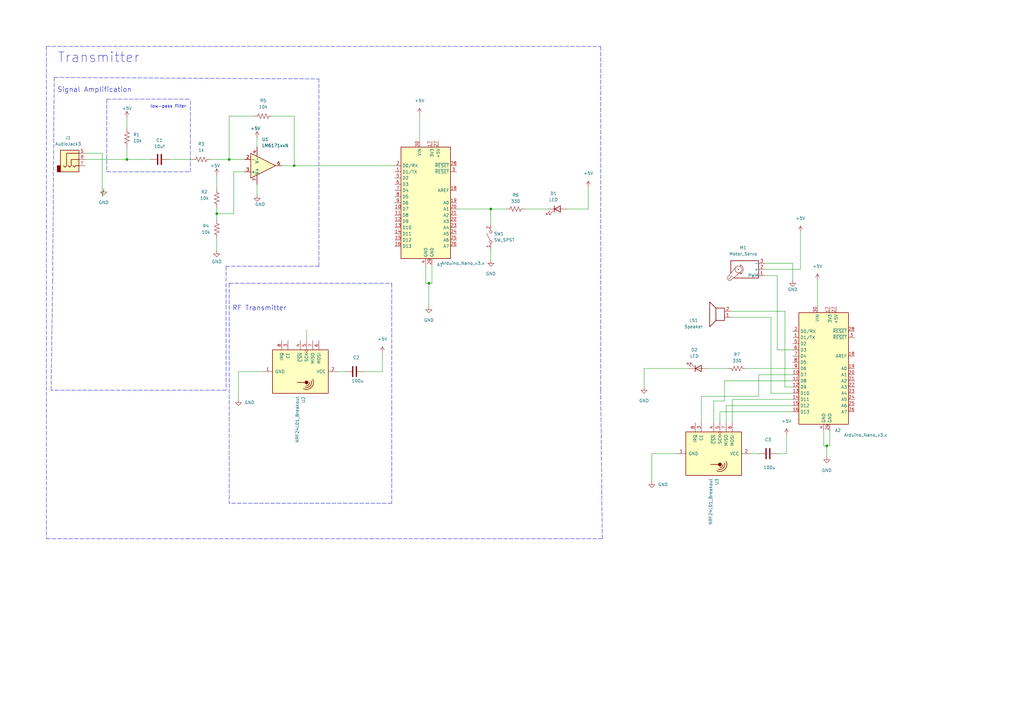
<source format=kicad_sch>
(kicad_sch (version 20211123) (generator eeschema)
  (paper "A3")
  (title_block (title "Pumpkinhead Animatronic Transceiver") (date "2022-09-07") (rev "0.0"))
  (lib_symbols
    (symbol "Amplifier_Operational:LM6171xxN" (pin_names (offset 0.127))
      (property "Reference" "U" (at 0 6.35 0))
      (property "Value" "LM6171xxN" (at 0 3.81 0))
      (symbol "LM6171xxN_0_1"
        (polyline (pts (xy -5.08 5.08) (xy 5.08 0) (xy -5.08 -5.08) (xy -5.08 5.08)) (stroke (width 0.254)) (fill (type background)))
      )
      (symbol "LM6171xxN_1_1"
        (pin no_connect line (at -5.08 -2.54 90) (length 2.54) hide (name "NC") (number "1"))
        (pin input line (at -7.62 -2.54 0) (length 2.54) (name "-") (number "2"))
        (pin input line (at -7.62 2.54 0) (length 2.54) (name "+") (number "3"))
        (pin power_in line (at -2.54 -7.62 90) (length 3.81) (name "V-") (number "4"))
        (pin no_connect line (at -2.54 -2.54 90) (length 2.54) hide (name "NC") (number "5"))
        (pin output line (at 7.62 0 180) (length 2.54) (name "~") (number "6"))
        (pin power_in line (at -2.54 7.62 270) (length 3.81) (name "V+") (number "7"))
        (pin no_connect line (at 0 -2.54 90) (length 2.54) hide (name "NC") (number "8"))
      )
    )
    (symbol "Connector:AudioJack3"
      (property "Reference" "J" (at 0 8.89 0))
      (property "Value" "AudioJack3" (at 0 6.35 0))
      (symbol "AudioJack3_0_1"
        (rectangle (start -5.08 -5.08) (end -6.35 -2.54) (stroke (width 0.254)) (fill (type outline)))
        (polyline (pts (xy 0 -2.54) (xy 0.635 -3.175) (xy 1.27 -2.54) (xy 2.54 -2.54)) (stroke (width 0.254)))
        (polyline (pts (xy -1.905 -2.54) (xy -1.27 -3.175) (xy -0.635 -2.54) (xy -0.635 0) (xy 2.54 0)) (stroke (width 0.254)))
        (polyline (pts (xy 2.54 2.54) (xy -2.54 2.54) (xy -2.54 -2.54) (xy -3.175 -3.175) (xy -3.81 -2.54)) (stroke (width 0.254)))
        (rectangle (start 2.54 3.81) (end -5.08 -5.08) (stroke (width 0.254)) (fill (type background)))
      )
      (symbol "AudioJack3_1_1"
        (pin passive line (at 5.08 0 180) (length 2.54) (name "~") (number "R"))
        (pin passive line (at 5.08 2.54 180) (length 2.54) (name "~") (number "S"))
        (pin passive line (at 5.08 -2.54 180) (length 2.54) (name "~") (number "T"))
      )
    )
    (symbol "Device:C" (pin_numbers hide) (pin_names (offset 0.254))
      (property "Reference" "C" (at 0.635 2.54 0))
      (property "Value" "C" (at 0.635 -2.54 0))
      (symbol "C_0_1"
        (polyline (pts (xy -2.032 -0.762) (xy 2.032 -0.762)) (stroke (width 0.508)))
        (polyline (pts (xy -2.032 0.762) (xy 2.032 0.762)) (stroke (width 0.508)))
      )
      (symbol "C_1_1"
        (pin passive line (at 0 3.81 270) (length 2.794) (name "~") (number "1"))
        (pin passive line (at 0 -3.81 90) (length 2.794) (name "~") (number "2"))
      )
    )
    (symbol "Device:LED" (pin_numbers hide) (pin_names (offset 1.016) hide)
      (property "Reference" "D" (at 0 2.54 0))
      (property "Value" "LED" (at 0 -2.54 0))
      (symbol "LED_0_1"
        (polyline (pts (xy -1.27 -1.27) (xy -1.27 1.27)) (stroke (width 0.254)))
        (polyline (pts (xy -1.27 0) (xy 1.27 0)))
        (polyline (pts (xy 1.27 -1.27) (xy 1.27 1.27) (xy -1.27 0) (xy 1.27 -1.27)) (stroke (width 0.254)))
        (polyline (pts (xy -3.048 -0.762) (xy -4.572 -2.286) (xy -3.81 -2.286) (xy -4.572 -2.286) (xy -4.572 -1.524)))
        (polyline (pts (xy -1.778 -0.762) (xy -3.302 -2.286) (xy -2.54 -2.286) (xy -3.302 -2.286) (xy -3.302 -1.524)))
      )
      (symbol "LED_1_1"
        (pin passive line (at -3.81 0 0) (length 2.54) (name "K") (number "1"))
        (pin passive line (at 3.81 0 180) (length 2.54) (name "A") (number "2"))
      )
    )
    (symbol "Device:R_US" (pin_numbers hide) (pin_names (offset 0))
      (property "Reference" "R" (at 2.54 0 90))
      (property "Value" "R_US" (at -2.54 0 90))
      (symbol "R_US_0_1"
        (polyline (pts (xy 0 -2.286) (xy 0 -2.54)))
        (polyline (pts (xy 0 2.286) (xy 0 2.54)))
        (polyline (pts (xy 0 -0.762) (xy 1.016 -1.143) (xy 0 -1.524) (xy -1.016 -1.905) (xy 0 -2.286)))
        (polyline (pts (xy 0 0.762) (xy 1.016 0.381) (xy 0 0) (xy -1.016 -0.381) (xy 0 -0.762)))
        (polyline (pts (xy 0 2.286) (xy 1.016 1.905) (xy 0 1.524) (xy -1.016 1.143) (xy 0 0.762)))
      )
      (symbol "R_US_1_1"
        (pin passive line (at 0 3.81 270) (length 1.27) (name "~") (number "1"))
        (pin passive line (at 0 -3.81 90) (length 1.27) (name "~") (number "2"))
      )
    )
    (symbol "Device:Speaker" (pin_names (offset 0) hide)
      (property "Reference" "LS" (at 1.27 5.715 0))
      (property "Value" "Speaker" (at 1.27 3.81 0))
      (symbol "Speaker_0_0"
        (rectangle (start -2.54 1.27) (end 1.016 -3.81) (stroke (width 0.254)))
        (polyline (pts (xy 1.016 1.27) (xy 3.556 3.81) (xy 3.556 -6.35) (xy 1.016 -3.81)) (stroke (width 0.254)))
      )
      (symbol "Speaker_1_1"
        (pin input line (at -5.08 0 0) (length 2.54) (name "1") (number "1"))
        (pin input line (at -5.08 -2.54 0) (length 2.54) (name "2") (number "2"))
      )
    )
    (symbol "MCU_Module:Arduino_Nano_v3.x"
      (property "Reference" "A" (at -10.16 23.495 0))
      (property "Value" "Arduino_Nano_v3.x" (at 5.08 -24.13 0))
      (symbol "Arduino_Nano_v3.x_0_1"
        (rectangle (start -10.16 22.86) (end 10.16 -22.86) (stroke (width 0.254)) (fill (type background)))
      )
      (symbol "Arduino_Nano_v3.x_1_1"
        (pin bidirectional line (at -12.7 12.7 0) (length 2.54) (name "D1/TX") (number "1"))
        (pin bidirectional line (at -12.7 -2.54 0) (length 2.54) (name "D7") (number "10"))
        (pin bidirectional line (at -12.7 -5.08 0) (length 2.54) (name "D8") (number "11"))
        (pin bidirectional line (at -12.7 -7.62 0) (length 2.54) (name "D9") (number "12"))
        (pin bidirectional line (at -12.7 -10.16 0) (length 2.54) (name "D10") (number "13"))
        (pin bidirectional line (at -12.7 -12.7 0) (length 2.54) (name "D11") (number "14"))
        (pin bidirectional line (at -12.7 -15.24 0) (length 2.54) (name "D12") (number "15"))
        (pin bidirectional line (at -12.7 -17.78 0) (length 2.54) (name "D13") (number "16"))
        (pin power_out line (at 2.54 25.4 270) (length 2.54) (name "3V3") (number "17"))
        (pin input line (at 12.7 5.08 180) (length 2.54) (name "AREF") (number "18"))
        (pin bidirectional line (at 12.7 0 180) (length 2.54) (name "A0") (number "19"))
        (pin bidirectional line (at -12.7 15.24 0) (length 2.54) (name "D0/RX") (number "2"))
        (pin bidirectional line (at 12.7 -2.54 180) (length 2.54) (name "A1") (number "20"))
        (pin bidirectional line (at 12.7 -5.08 180) (length 2.54) (name "A2") (number "21"))
        (pin bidirectional line (at 12.7 -7.62 180) (length 2.54) (name "A3") (number "22"))
        (pin bidirectional line (at 12.7 -10.16 180) (length 2.54) (name "A4") (number "23"))
        (pin bidirectional line (at 12.7 -12.7 180) (length 2.54) (name "A5") (number "24"))
        (pin bidirectional line (at 12.7 -15.24 180) (length 2.54) (name "A6") (number "25"))
        (pin bidirectional line (at 12.7 -17.78 180) (length 2.54) (name "A7") (number "26"))
        (pin power_out line (at 5.08 25.4 270) (length 2.54) (name "+5V") (number "27"))
        (pin input line (at 12.7 15.24 180) (length 2.54) (name "~{RESET}") (number "28"))
        (pin power_in line (at 2.54 -25.4 90) (length 2.54) (name "GND") (number "29"))
        (pin input line (at 12.7 12.7 180) (length 2.54) (name "~{RESET}") (number "3"))
        (pin power_in line (at -2.54 25.4 270) (length 2.54) (name "VIN") (number "30"))
        (pin power_in line (at 0 -25.4 90) (length 2.54) (name "GND") (number "4"))
        (pin bidirectional line (at -12.7 10.16 0) (length 2.54) (name "D2") (number "5"))
        (pin bidirectional line (at -12.7 7.62 0) (length 2.54) (name "D3") (number "6"))
        (pin bidirectional line (at -12.7 5.08 0) (length 2.54) (name "D4") (number "7"))
        (pin bidirectional line (at -12.7 2.54 0) (length 2.54) (name "D5") (number "8"))
        (pin bidirectional line (at -12.7 0 0) (length 2.54) (name "D6") (number "9"))
      )
    )
    (symbol "Motor:Motor_Servo" (pin_names (offset 0.0254))
      (property "Reference" "M" (at -5.08 4.445 0))
      (property "Value" "Motor_Servo" (at -5.08 -4.064 0))
      (symbol "Motor_Servo_0_1"
        (polyline (pts (xy 2.413 -1.778) (xy 2.032 -1.778)))
        (polyline (pts (xy 2.413 -1.778) (xy 2.286 -1.397)))
        (polyline (pts (xy 2.413 1.778) (xy 1.905 1.778)))
        (polyline (pts (xy 2.413 1.778) (xy 2.286 1.397)))
        (polyline (pts (xy 6.35 4.445) (xy 2.54 1.27)))
        (polyline (pts (xy 7.62 3.175) (xy 4.191 -1.016)))
        (polyline (pts (xy 5.08 3.556) (xy -5.08 3.556) (xy -5.08 -3.556) (xy 6.35 -3.556) (xy 6.35 1.524)) (stroke (width 0.254)))
        (arc (start 2.413 1.778) (mid 1.2406 0) (end 2.413 -1.778))
        (circle (center 3.175 0) (radius 0.1778))
        (circle (center 3.175 0) (radius 1.4224))
        (circle (center 5.969 2.794) (radius 0.127))
        (circle (center 6.477 3.302) (radius 0.127))
        (circle (center 6.985 3.81) (radius 0.127))
        (arc (start 7.62 3.175) (mid 7.4485 4.2735) (end 6.35 4.445))
      )
      (symbol "Motor_Servo_1_1"
        (pin passive line (at -7.62 2.54 0) (length 2.54) (name "PWM") (number "1"))
        (pin passive line (at -7.62 0 0) (length 2.54) (name "+") (number "2"))
        (pin passive line (at -7.62 -2.54 0) (length 2.54) (name "-") (number "3"))
      )
    )
    (symbol "RF:NRF24L01_Breakout" (pin_names (offset 1.016))
      (property "Reference" "U" (at -8.89 12.7 0))
      (property "Value" "NRF24L01_Breakout" (at 3.81 12.7 0))
      (symbol "NRF24L01_Breakout_0_1"
        (rectangle (start -8.89 11.43) (end 8.89 -11.43) (stroke (width 0.254)) (fill (type background)))
        (polyline (pts (xy 4.445 1.905) (xy 4.445 -1.27)) (stroke (width 0.254)))
        (circle (center 4.445 2.54) (radius 0.635) (stroke (width 0.254)) (fill (type outline)))
        (arc (start 5.715 2.54) (mid 5.3521 3.4546) (end 4.445 3.81) (stroke (width 0.254)))
        (arc (start 6.35 1.905) (mid 5.8763 3.9854) (end 3.81 4.445) (stroke (width 0.254)))
        (arc (start 6.985 1.27) (mid 6.453 4.548) (end 3.175 5.08) (stroke (width 0.254)))
      )
      (symbol "NRF24L01_Breakout_1_1"
        (pin power_in line (at 0 -15.24 90) (length 3.81) (name "GND") (number "1"))
        (pin power_in line (at 0 15.24 270) (length 3.81) (name "VCC") (number "2"))
        (pin input line (at -12.7 -5.08 0) (length 3.81) (name "CE") (number "3"))
        (pin input line (at -12.7 0 0) (length 3.81) (name "~{CSN}") (number "4"))
        (pin input clock (at -12.7 2.54 0) (length 3.81) (name "SCK") (number "5"))
        (pin input line (at -12.7 7.62 0) (length 3.81) (name "MOSI") (number "6"))
        (pin output line (at -12.7 5.08 0) (length 3.81) (name "MISO") (number "7"))
        (pin output line (at -12.7 -7.62 0) (length 3.81) (name "IRQ") (number "8"))
      )
    )
    (symbol "Switch:SW_SPST" (pin_names (offset 0) hide)
      (property "Reference" "SW" (at 0 3.175 0))
      (property "Value" "SW_SPST" (at 0 -2.54 0))
      (symbol "SW_SPST_0_0"
        (circle (center -2.032 0) (radius 0.508))
        (polyline (pts (xy -1.524 0.254) (xy 1.524 1.778)))
        (circle (center 2.032 0) (radius 0.508))
      )
      (symbol "SW_SPST_1_1"
        (pin passive line (at -5.08 0 0) (length 2.54) (name "A") (number "1"))
        (pin passive line (at 5.08 0 180) (length 2.54) (name "B") (number "2"))
      )
    )
    (symbol "power:+5V" (power) (pin_names (offset 0))
      (property "Value" "+5V" (at 0 3.556 0))
      (symbol "+5V_0_1"
        (polyline (pts (xy -0.762 1.27) (xy 0 2.54)))
        (polyline (pts (xy 0 0) (xy 0 2.54)))
        (polyline (pts (xy 0 2.54) (xy 0.762 1.27)))
      )
      (symbol "+5V_1_1"
        (pin power_in line (at 0 0 90) (length 0) hide (name "+5V") (number "1"))
      )
    )
    (symbol "power:GND" (power) (pin_names (offset 0))
      (property "Value" "GND" (at 0 -3.81 0))
      (symbol "GND_0_1"
        (polyline (pts (xy 0 0) (xy 0 -1.27) (xy 1.27 -1.27) (xy 0 -2.54) (xy -1.27 -1.27) (xy 0 -1.27)))
      )
      (symbol "GND_1_1"
        (pin power_in line (at 0 0 270) (length 0) hide (name "GND") (number "1"))
      )
    )
  )
  (junction (at 88.9 87.63))
  (junction (at 120.65 67.945))
  (junction (at 339.09 182.88))
  (junction (at 201.295 85.725))
  (junction (at 93.98 65.405))
  (junction (at 52.07 65.405))
  (junction (at 175.895 116.205))
  (wire (pts (xy 104.14 47.625) (xy 93.98 47.625)))
  (wire (pts (xy 187.325 85.725) (xy 201.295 85.725)))
  (wire (pts (xy 93.98 47.625) (xy 93.98 65.405)))
  (wire (pts (xy 335.28 114.935) (xy 335.28 125.73)))
  (wire (pts (xy 325.12 168.91) (xy 295.275 168.91)))
  (wire (pts (xy 174.625 116.205) (xy 175.895 116.205)))
  (polyline (pts (xy 247.015 220.98) (xy 246.38 160.02)))
  (wire (pts (xy 201.295 85.725) (xy 207.645 85.725)))
  (wire (pts (xy 339.09 182.88) (xy 340.36 182.88)))
  (wire (pts (xy 316.23 130.175) (xy 299.72 130.175)))
  (wire (pts (xy 97.79 152.4) (xy 97.79 163.83)))
  (wire (pts (xy 52.07 60.325) (xy 52.07 65.405)))
  (polyline (pts (xy 22.225 31.75) (xy 130.81 32.385)))
  (wire (pts (xy 120.65 67.945) (xy 161.925 67.945)))
  (wire (pts (xy 177.165 116.205) (xy 177.165 108.585)))
  (wire (pts (xy 325.12 156.21) (xy 297.18 156.21)))
  (wire (pts (xy 337.82 182.88) (xy 339.09 182.88)))
  (wire (pts (xy 264.16 151.13) (xy 264.16 158.75)))
  (polyline (pts (xy 160.655 206.375) (xy 93.98 206.375)))
  (polyline (pts (xy 130.81 109.22) (xy 92.71 109.22)))
  (polyline (pts (xy 92.71 109.22) (xy 92.71 160.02)))
  (wire (pts (xy 306.07 151.13) (xy 325.12 151.13)))
  (polyline (pts (xy 19.05 220.98) (xy 247.015 220.98)))
  (wire (pts (xy 120.65 47.625) (xy 111.76 47.625)))
  (wire (pts (xy 93.98 65.405) (xy 100.33 65.405)))
  (wire (pts (xy 267.335 186.055) (xy 267.335 197.485)))
  (polyline (pts (xy 93.98 116.205) (xy 160.655 116.205)))
  (wire (pts (xy 297.18 156.21) (xy 297.18 164.465)))
  (wire (pts (xy 34.925 62.865) (xy 41.91 62.865)))
  (wire (pts (xy 215.265 85.725) (xy 224.79 85.725)))
  (wire (pts (xy 93.98 66.04) (xy 93.98 65.405)))
  (wire (pts (xy 149.225 152.4) (xy 156.845 152.4)))
  (polyline (pts (xy 160.655 116.205) (xy 160.655 206.375)))
  (wire (pts (xy 311.15 153.67) (xy 311.15 162.56)))
  (polyline (pts (xy 22.225 31.75) (xy 21.59 114.935)))
  (wire (pts (xy 100.33 70.485) (xy 95.885 70.485)))
  (wire (pts (xy 313.69 110.49) (xy 328.295 110.49)))
  (wire (pts (xy 174.625 108.585) (xy 174.625 116.205)))
  (wire (pts (xy 105.41 75.565) (xy 105.41 80.01)))
  (wire (pts (xy 300.355 163.83) (xy 325.12 163.83)))
  (wire (pts (xy 34.925 65.405) (xy 52.07 65.405)))
  (wire (pts (xy 88.9 85.09) (xy 88.9 87.63)))
  (wire (pts (xy 52.07 48.26) (xy 52.07 52.705)))
  (wire (pts (xy 156.845 152.4) (xy 156.845 144.78)))
  (polyline (pts (xy 246.38 19.05) (xy 246.38 160.655)))
  (wire (pts (xy 201.295 102.235) (xy 201.295 106.68)))
  (wire (pts (xy 120.65 67.945) (xy 120.65 47.625)))
  (wire (pts (xy 88.9 87.63) (xy 88.9 90.17)))
  (wire (pts (xy 298.45 151.13) (xy 290.195 151.13)))
  (polyline (pts (xy 93.98 116.205) (xy 93.98 206.375)))
  (polyline (pts (xy 20.955 160.02) (xy 21.59 114.935)))
  (wire (pts (xy 325.12 153.67) (xy 311.15 153.67)))
  (wire (pts (xy 297.815 166.37) (xy 297.815 173.355)))
  (wire (pts (xy 95.885 87.63) (xy 88.9 87.63)))
  (wire (pts (xy 311.15 186.055) (xy 307.975 186.055)))
  (wire (pts (xy 313.69 107.95) (xy 325.12 107.95)))
  (wire (pts (xy 41.91 80.645) (xy 42.545 77.47)))
  (polyline (pts (xy 78.105 70.485) (xy 78.105 40.64)))
  (wire (pts (xy 292.735 164.465) (xy 292.735 173.355)))
  (polyline (pts (xy 43.815 70.485) (xy 78.105 70.485)))
  (wire (pts (xy 86.36 65.405) (xy 93.98 65.405)))
  (polyline (pts (xy 43.815 40.64) (xy 43.815 70.485)))
  (wire (pts (xy 69.215 65.405) (xy 78.74 65.405)))
  (polyline (pts (xy 19.05 19.05) (xy 19.05 220.98)))
  (wire (pts (xy 328.295 95.25) (xy 328.295 110.49)))
  (wire (pts (xy 321.945 158.75) (xy 321.945 127.635)))
  (wire (pts (xy 337.82 176.53) (xy 337.82 182.88)))
  (wire (pts (xy 175.895 116.205) (xy 177.165 116.205)))
  (wire (pts (xy 282.575 151.13) (xy 264.16 151.13)))
  (wire (pts (xy 311.15 162.56) (xy 287.655 162.56)))
  (wire (pts (xy 95.885 70.485) (xy 95.885 87.63)))
  (wire (pts (xy 318.77 143.51) (xy 318.77 113.03)))
  (wire (pts (xy 107.95 152.4) (xy 97.79 152.4)))
  (wire (pts (xy 325.12 107.95) (xy 325.12 114.935)))
  (polyline (pts (xy 19.05 19.05) (xy 246.38 19.05)))
  (wire (pts (xy 41.91 62.865) (xy 41.91 80.645)))
  (wire (pts (xy 52.07 65.405) (xy 61.595 65.405)))
  (wire (pts (xy 277.495 186.055) (xy 267.335 186.055)))
  (wire (pts (xy 88.9 77.47) (xy 88.9 71.755)))
  (wire (pts (xy 325.12 158.75) (xy 321.945 158.75)))
  (wire (pts (xy 88.9 97.79) (xy 88.9 102.87)))
  (wire (pts (xy 125.73 135.255) (xy 125.73 139.7)))
  (wire (pts (xy 322.58 186.055) (xy 322.58 178.435)))
  (polyline (pts (xy 130.81 109.22) (xy 130.81 32.385)))
  (wire (pts (xy 297.18 164.465) (xy 292.735 164.465)))
  (wire (pts (xy 300.355 173.355) (xy 300.355 163.83)))
  (wire (pts (xy 339.09 182.88) (xy 339.09 187.325)))
  (polyline (pts (xy 43.815 40.64) (xy 78.105 40.64)))
  (wire (pts (xy 175.895 116.205) (xy 175.895 125.73)))
  (wire (pts (xy 318.77 113.03) (xy 313.69 113.03)))
  (wire (pts (xy 141.605 152.4) (xy 138.43 152.4)))
  (wire (pts (xy 316.23 161.29) (xy 316.23 130.175)))
  (wire (pts (xy 321.945 127.635) (xy 299.72 127.635)))
  (wire (pts (xy 325.12 143.51) (xy 318.77 143.51)))
  (wire (pts (xy 325.12 161.29) (xy 316.23 161.29)))
  (wire (pts (xy 287.655 162.56) (xy 287.655 173.355)))
  (wire (pts (xy 340.36 182.88) (xy 340.36 176.53)))
  (polyline (pts (xy 92.71 160.02) (xy 20.955 160.02)))
  (wire (pts (xy 297.815 166.37) (xy 325.12 166.37)))
  (wire (pts (xy 105.41 56.515) (xy 105.41 60.325)))
  (wire (pts (xy 201.295 92.075) (xy 201.295 85.725)))
  (wire (pts (xy 115.57 67.945) (xy 120.65 67.945)))
  (wire (pts (xy 295.275 168.91) (xy 295.275 173.355)))
  (wire (pts (xy 172.085 46.99) (xy 172.085 57.785)))
  (wire (pts (xy 232.41 85.725) (xy 241.3 85.725)))
  (wire (pts (xy 318.77 186.055) (xy 322.58 186.055)))
  (wire (pts (xy 241.3 76.835) (xy 241.3 85.725)))
  (text "Signal Amplification" (at 23.495 38.1 0) (effects (font (size 2 2)) (justify left bottom)))
  (text "RF Transmitter" (at 95.25 127.635 0) (effects (font (size 2 2)) (justify left bottom)))
  (text "Transmitter" (at 23.495 26.035 0) (effects (font (size 4 4)) (justify left bottom)))
  (text "low-pass filter" (at 61.595 44.45 0) (effects (font (size 1.27 1.27)) (justify left bottom)))
  (symbol (lib_id "power:+5V") (at 328.295 95.25 0) (unit 1)
    (property "Reference" "#PWR017" (effects hide))
    (property "Value" "+5V" (at 328.295 89.535 0))
  )
  (symbol (lib_id "Device:LED") (at 286.385 151.13 0) (mirror x) (unit 1)
    (property "Reference" "D2" (at 284.7975 143.51 0))
    (property "Value" "LED" (at 284.7975 146.05 0))
  )
  (symbol (lib_id "power:GND") (at 339.09 187.325 0) (unit 1)
    (property "Reference" "#PWR019" (effects hide))
    (property "Value" "GND" (at 339.09 192.913 0))
  )
  (symbol (lib_id "Device:Speaker") (at 294.64 130.175 180) (unit 1)
    (property "Reference" "LS1" (at 284.48 131.445 0))
    (property "Value" "Speaker" (at 284.48 133.985 0))
  )
  (symbol (lib_id "power:GND") (at 267.335 197.485 0) (unit 1)
    (property "Reference" "#PWR014" (effects hide))
    (property "Value" "GND" (at 269.875 198.7549 0) (effects (justify left)))
  )
  (symbol (lib_id "Device:R_US") (at 82.55 65.405 270) (unit 1)
    (property "Reference" "R3" (at 82.55 59.055 90))
    (property "Value" "1k" (at 82.55 61.595 90))
  )
  (symbol (lib_id "power:+5V") (at 52.07 48.26 0) (unit 1)
    (property "Reference" "#PWR02" (effects hide))
    (property "Value" "+5V" (at 52.07 44.45 0))
  )
  (symbol (lib_id "Device:R_US") (at 88.9 93.98 0) (unit 1)
    (property "Reference" "R4" (at 84.455 92.71 0))
    (property "Value" "10k" (at 84.455 95.25 0))
  )
  (symbol (lib_id "power:+5V") (at 172.085 46.99 0) (unit 1)
    (property "Reference" "#PWR09" (effects hide))
    (property "Value" "+5V" (at 172.085 41.275 0))
  )
  (symbol (lib_id "Device:LED") (at 228.6 85.725 0) (unit 1)
    (property "Reference" "D1" (at 227.0125 79.375 0))
    (property "Value" "LED" (at 227.0125 81.915 0))
  )
  (symbol (lib_id "power:GND") (at 88.9 102.87 0) (unit 1)
    (property "Reference" "#PWR05" (effects hide))
    (property "Value" "GND" (at 88.9 107.315 0))
  )
  (symbol (lib_id "power:GND") (at 42.545 77.47 0) (unit 1)
    (property "Reference" "#PWR01" (effects hide))
    (property "Value" "GND" (at 42.545 83.058 0))
  )
  (symbol (lib_id "power:+5V") (at 241.3 76.835 0) (unit 1)
    (property "Reference" "#PWR012" (effects hide))
    (property "Value" "+5V" (at 241.3 71.12 0))
  )
  (symbol (lib_id "Motor:Motor_Servo") (at 306.07 110.49 180) (unit 1)
    (property "Reference" "M1" (at 304.8111 101.6 0))
    (property "Value" "Motor_Servo" (at 304.8111 104.14 0))
    (property "Datasheet" "http://forums.parallax.com/uploads/attachments/46831/74481.png" (effects hide))
  )
  (symbol (lib_id "Device:C") (at 65.405 65.405 90) (unit 1)
    (property "Reference" "C1" (at 65.405 57.531 90))
    (property "Value" "10uf" (at 65.405 60.071 90))
  )
  (symbol (lib_id "Amplifier_Operational:LM6171xxN") (at 107.95 67.945 0) (mirror x) (unit 1)
    (property "Reference" "U1" (at 107.4294 57.15 0) (effects (justify left)))
    (property "Value" "LM6171xxN" (at 107.4294 59.69 0) (effects (justify left)))
    (property "Footprint" "Package_DIP:DIP-8_W7.62mm" (effects hide))
    (property "Datasheet" "http://www.ti.com/lit/ds/symlink/lm6171.pdf" (effects hide))
  )
  (symbol (lib_id "power:GND") (at 97.79 163.83 0) (unit 1)
    (property "Reference" "#PWR04" (effects hide))
    (property "Value" "GND" (at 100.33 165.0999 0) (effects (justify left)))
  )
  (symbol (lib_id "Switch:SW_SPST") (at 201.295 97.155 90) (unit 1)
    (property "Reference" "SW1" (at 202.565 95.8849 90) (effects (justify right)))
    (property "Value" "SW_SPST" (at 202.565 98.4249 90) (effects (justify right)))
  )
  (symbol (lib_id "power:+5V") (at 335.28 114.935 0) (unit 1)
    (property "Reference" "#PWR018" (effects hide))
    (property "Value" "+5V" (at 335.28 109.22 0))
  )
  (symbol (lib_id "Device:C") (at 145.415 152.4 270) (unit 1)
    (property "Reference" "C2" (at 144.78 146.685 90) (effects (justify left)))
    (property "Value" "100u" (at 144.1451 156.21 90) (effects (justify left)))
  )
  (symbol (lib_id "power:+5V") (at 322.58 178.435 0) (unit 1)
    (property "Reference" "#PWR015" (effects hide))
    (property "Value" "+5V" (at 322.58 172.72 0))
  )
  (symbol (lib_id "Device:R_US") (at 107.95 47.625 270) (unit 1)
    (property "Reference" "R5" (at 107.95 41.275 90))
    (property "Value" "10k" (at 107.95 43.815 90))
  )
  (symbol (lib_id "MCU_Module:Arduino_Nano_v3.x") (at 174.625 83.185 0) (unit 1)
    (property "Reference" "A1" (at 179.1844 108.585 0) (effects (justify left)))
    (property "Value" "Arduino_Nano_v3.x" (at 180.975 107.95 0) (effects (justify left)))
    (property "Footprint" "Module:Arduino_Nano" (effects hide))
    (property "Datasheet" "http://www.mouser.com/pdfdocs/Gravitech_Arduino_Nano3_0.pdf" (effects hide))
  )
  (symbol (lib_id "power:+5V") (at 88.9 71.755 0) (unit 1)
    (property "Reference" "#PWR03" (effects hide))
    (property "Value" "+5V" (at 88.265 67.945 0))
  )
  (symbol (lib_id "Device:R_US") (at 52.07 56.515 0) (unit 1)
    (property "Reference" "R1" (at 54.61 55.2449 0) (effects (justify left)))
    (property "Value" "10k" (at 54.61 57.7849 0) (effects (justify left)))
  )
  (symbol (lib_id "power:GND") (at 105.41 80.01 0) (unit 1)
    (property "Reference" "#PWR07" (effects hide))
    (property "Value" "GND" (at 106.68 83.82 0))
  )
  (symbol (lib_id "RF:NRF24L01_Breakout") (at 292.735 186.055 270) (unit 1)
    (property "Reference" "U3" (at 294.0051 196.215 0) (effects (justify left)))
    (property "Value" "NRF24L01_Breakout" (at 291.4651 196.215 0) (effects (justify left)))
    (property "Footprint" "RF_Module:nRF24L01_Breakout" (effects hide))
    (property "Datasheet" "http://www.nordicsemi.com/eng/content/download/2730/34105/file/nRF24L01_Product_Specification_v2_0.pdf" (effects hide))
  )
  (symbol (lib_id "Device:R_US") (at 302.26 151.13 270) (mirror x) (unit 1)
    (property "Reference" "R7" (at 302.26 145.415 90))
    (property "Value" "330" (at 302.26 147.955 90))
  )
  (symbol (lib_id "RF:NRF24L01_Breakout") (at 123.19 152.4 270) (unit 1)
    (property "Reference" "U2" (at 124.4601 162.56 0) (effects (justify left)))
    (property "Value" "NRF24L01_Breakout" (at 121.9201 162.56 0) (effects (justify left)))
    (property "Footprint" "RF_Module:nRF24L01_Breakout" (effects hide))
    (property "Datasheet" "http://www.nordicsemi.com/eng/content/download/2730/34105/file/nRF24L01_Product_Specification_v2_0.pdf" (effects hide))
  )
  (symbol (lib_id "power:GND") (at 264.16 158.75 0) (unit 1)
    (property "Reference" "#PWR013" (effects hide))
    (property "Value" "GND" (at 264.16 164.338 0))
  )
  (symbol (lib_id "Device:R_US") (at 211.455 85.725 90) (unit 1)
    (property "Reference" "R6" (at 211.455 80.01 90))
    (property "Value" "330" (at 211.455 82.55 90))
  )
  (symbol (lib_id "Connector:AudioJack3") (at 29.845 65.405 0) (unit 1)
    (property "Reference" "J1" (at 27.94 56.515 0))
    (property "Value" "AudioJack3" (at 27.94 59.055 0))
  )
  (symbol (lib_id "Device:R_US") (at 88.9 81.28 180) (unit 1)
    (property "Reference" "R2" (at 83.82 78.74 0))
    (property "Value" "10k" (at 83.82 81.28 0))
  )
  (symbol (lib_id "MCU_Module:Arduino_Nano_v3.x") (at 337.82 151.13 0) (unit 1)
    (property "Reference" "A2" (at 342.3794 176.53 0) (effects (justify left)))
    (property "Value" "Arduino_Nano_v3.x" (at 346.075 178.435 0) (effects (justify left)))
    (property "Footprint" "Module:Arduino_Nano" (effects hide))
    (property "Datasheet" "http://www.mouser.com/pdfdocs/Gravitech_Arduino_Nano3_0.pdf" (effects hide))
  )
  (symbol (lib_id "power:GND") (at 201.295 106.68 0) (unit 1)
    (property "Reference" "#PWR011" (effects hide))
    (property "Value" "GND" (at 201.295 112.268 0))
  )
  (symbol (lib_id "power:GND") (at 175.895 125.73 0) (unit 1)
    (property "Reference" "#PWR010" (effects hide))
    (property "Value" "GND" (at 175.895 131.318 0))
  )
  (symbol (lib_id "power:+5V") (at 156.845 144.78 0) (unit 1)
    (property "Reference" "#PWR08" (effects hide))
    (property "Value" "+5V" (at 156.845 139.065 0))
  )
  (symbol (lib_id "power:GND") (at 325.12 114.935 0) (unit 1)
    (property "Reference" "#PWR016" (effects hide))
    (property "Value" "GND" (at 325.12 118.745 0))
  )
  (symbol (lib_id "power:+5V") (at 105.41 56.515 0) (unit 1)
    (property "Reference" "#PWR06" (effects hide))
    (property "Value" "+5V" (at 104.775 52.705 0))
  )
  (symbol (lib_id "Device:C") (at 314.96 186.055 270) (unit 1)
    (property "Reference" "C3" (at 313.69 180.34 90) (effects (justify left)))
    (property "Value" "100u" (at 313.055 191.77 90) (effects (justify left)))
  )
)
</source>
